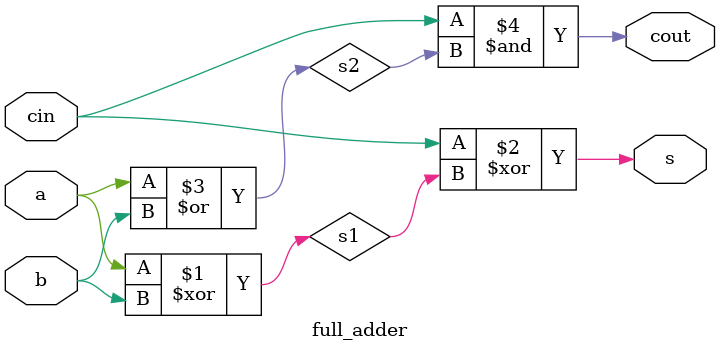
<source format=sv>
module top_module (
	input [3:0] x,
	input [3:0] y,
	output [4:0] sum
);
	// Define signals for the full adder
	wire [3:0] carry;
	wire [3:0] sum_out;

	// Instantiate the full adders and connect inputs/outputs
	full_adder fa0(x[0], y[0], 0, sum[0], carry[0]);
	full_adder fa1(x[1], y[1], carry[0], sum[1], carry[1]);
	full_adder fa2(x[2], y[2], carry[1], sum[2], carry[2]);
	full_adder fa3(x[3], y[3], carry[2], sum[3], carry[3]);

	// Assign the overflow bit
	assign sum[4] = carry[3];

endmodule
module full_adder (
	input a,
	input b,
	input cin,
	output s,
	output cout
);
	// Define internal signals
	wire s1, s2;
	
	// Generate the sum bit
	xor (s1, a, b);
	xor (s, cin, s1);

	// Generate the carry bit
	or (s2, a, b);
	and (cout, cin, s2);

endmodule

</source>
